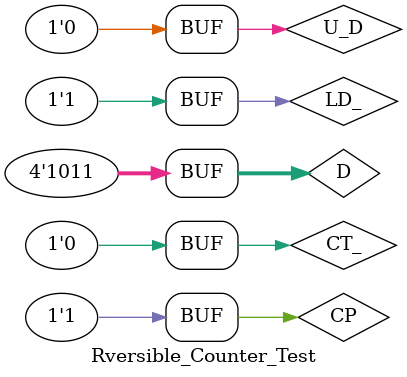
<source format=v>
`timescale 1ns / 1ps


module Rversible_Counter_Test;
    reg LD_,CT_,U_D,CP;
    reg [3:0] D;
    wire [3:0] Q;
    wire MaxMin,RCO_;

    Reversible_Counter RC(LD_,CT_,U_D,CP,D,Q,MaxMin,RCO_);
    initial
    begin
        {LD_,CT_,U_D,CP,D}=8'b00001011;
        #50;
        {LD_,CT_,U_D,CP,D}=8'b10001011;
        #50;
        {LD_,CT_,U_D,CP,D}=8'b10011011;
        #50;
        {LD_,CT_,U_D,CP,D}=8'b10101011;
        #50;
        {LD_,CT_,U_D,CP,D}=8'b10011011;
        #50;
        {LD_,CT_,U_D,CP,D}=8'b11001011;
        #50;
        {LD_,CT_,U_D,CP,D}=8'b10011011;
        #50;
        {LD_,CT_,U_D,CP,D}=8'b10011011;
        #50;
        {LD_,CT_,U_D,CP,D}=8'b10101011;
        #50;
        {LD_,CT_,U_D,CP,D}=8'b10011011;
        #50;
        {LD_,CT_,U_D,CP,D}=8'b10001011;
        #50;
        {LD_,CT_,U_D,CP,D}=8'b10011011;
        #50;
        {LD_,CT_,U_D,CP,D}=8'b10001011;
        #50;
        {LD_,CT_,U_D,CP,D}=8'b10011011;
        #50;
        {LD_,CT_,U_D,CP,D}=8'b10001011;
        #50;
        {LD_,CT_,U_D,CP,D}=8'b10011011;
        #50;
        {LD_,CT_,U_D,CP,D}=8'b10001011;
        #50;
        {LD_,CT_,U_D,CP,D}=8'b10011011;
        #50;
        {LD_,CT_,U_D,CP,D}=8'b10001011;
        #50;
        {LD_,CT_,U_D,CP,D}=8'b10011011;
        #50;
    end
endmodule

</source>
